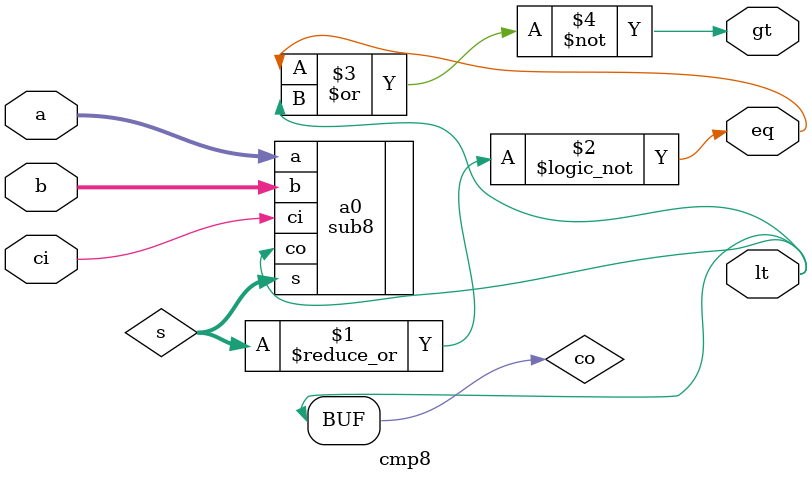
<source format=v>
`timescale 1ns/1ns

module cmp8(a, b, ci, gt, lt, eq); /* moduleの定義開始 */
	input  [7:0] a, b;       /* input port (8bit) */
	input        ci;         /* input port (1bit) */
	output       gt, lt, eq; /* output port (1bit) */
	wire         co;         /* wire (1bit) */
	wire   [7:0] s;          /* wire (8bit) */
	
	/* instance文(下位moduleの接続) */
	sub8 a0(.a(a), .b(b), .ci(ci), .co(co), .s(s));
	
	/* assign文(output portの接続) */
	assign eq = ~| s;
	assign lt = co;
	assign gt = ~(eq | lt);
	
endmodule /* moduleの定義終了 */

</source>
